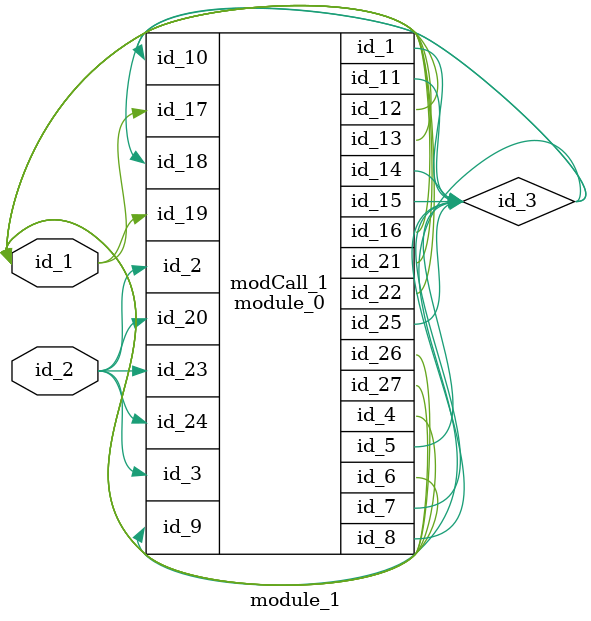
<source format=v>
module module_0 (
    id_1,
    id_2,
    id_3,
    id_4,
    id_5,
    id_6,
    id_7,
    id_8,
    id_9,
    id_10,
    id_11,
    id_12,
    id_13,
    id_14,
    id_15,
    id_16,
    id_17,
    id_18,
    id_19,
    id_20,
    id_21,
    id_22,
    id_23,
    id_24,
    id_25,
    id_26,
    id_27
);
  output wire id_27;
  output wire id_26;
  inout wire id_25;
  input wire id_24;
  input wire id_23;
  inout wire id_22;
  output wire id_21;
  input wire id_20;
  input wire id_19;
  input wire id_18;
  input wire id_17;
  inout wire id_16;
  inout wire id_15;
  output wire id_14;
  output wire id_13;
  output wire id_12;
  output wire id_11;
  input wire id_10;
  input wire id_9;
  output wire id_8;
  output wire id_7;
  inout wire id_6;
  output wire id_5;
  output wire id_4;
  input wire id_3;
  input wire id_2;
  output wire id_1;
endmodule
module module_1 (
    id_1,
    id_2
);
  input wire id_2;
  inout wire id_1;
  wire id_3;
  module_0 modCall_1 (
      id_3,
      id_2,
      id_2,
      id_1,
      id_3,
      id_1,
      id_3,
      id_3,
      id_3,
      id_3,
      id_3,
      id_1,
      id_1,
      id_3,
      id_3,
      id_1,
      id_1,
      id_3,
      id_1,
      id_2,
      id_1,
      id_1,
      id_2,
      id_2,
      id_3,
      id_1,
      id_1
  );
  localparam id_4 = 1;
endmodule

</source>
